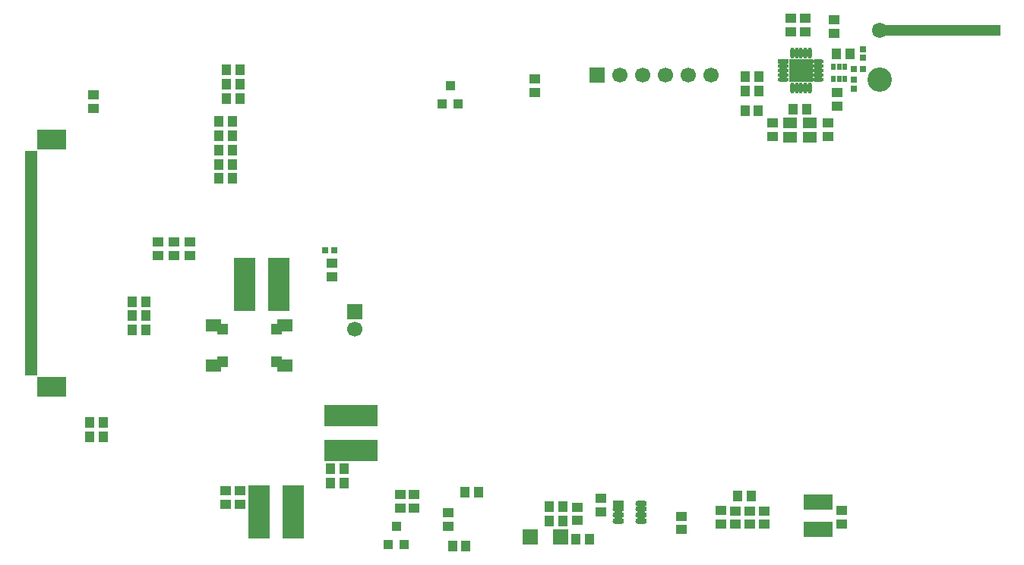
<source format=gts>
G04 #@! TF.GenerationSoftware,KiCad,Pcbnew,(2017-02-02 revision 8dadc18)-makepkg*
G04 #@! TF.CreationDate,2017-03-13T12:53:18+03:00*
G04 #@! TF.ProjectId,Badge,42616467652E6B696361645F70636200,rev?*
G04 #@! TF.FileFunction,Soldermask,Top*
G04 #@! TF.FilePolarity,Negative*
%FSLAX46Y46*%
G04 Gerber Fmt 4.6, Leading zero omitted, Abs format (unit mm)*
G04 Created by KiCad (PCBNEW (2017-02-02 revision 8dadc18)-makepkg) date 03/13/17 12:53:18*
%MOMM*%
%LPD*%
G01*
G04 APERTURE LIST*
%ADD10C,0.100000*%
%ADD11C,1.724000*%
%ADD12C,2.724000*%
%ADD13R,13.200000X1.200000*%
%ADD14R,3.200000X1.700000*%
%ADD15R,2.348840X5.998820*%
%ADD16R,5.998820X2.348840*%
%ADD17R,1.299820X0.649580*%
%ADD18O,1.299820X0.649580*%
%ADD19R,1.700000X1.700000*%
%ADD20C,1.700000*%
%ADD21R,1.600000X1.200000*%
%ADD22R,0.800000X0.800000*%
%ADD23R,1.700000X1.400000*%
%ADD24R,1.200000X1.300000*%
%ADD25R,1.089000X1.216000*%
%ADD26R,1.216000X1.089000*%
%ADD27R,1.450000X0.500000*%
%ADD28R,3.200000X2.200000*%
%ADD29R,1.800000X1.800000*%
%ADD30R,1.200000X0.480000*%
%ADD31O,1.200000X0.480000*%
%ADD32O,0.480000X1.200000*%
%ADD33R,1.000000X1.000000*%
%ADD34R,1.200000X1.100000*%
%ADD35R,1.100000X1.200000*%
%ADD36R,1.114400X1.114400*%
%ADD37R,0.550000X0.800000*%
G04 APERTURE END LIST*
D10*
D11*
X198682000Y-52981400D03*
D12*
X198682000Y-58481400D03*
D13*
X205482000Y-52981400D03*
D14*
X191800000Y-108700000D03*
X191800000Y-105700000D03*
D15*
X129451680Y-106775000D03*
X133302320Y-106775000D03*
X131725320Y-81400000D03*
X127874680Y-81400000D03*
D16*
X139777000Y-99900320D03*
X139777000Y-96049680D03*
D17*
X169499520Y-105824640D03*
D18*
X169499520Y-106474880D03*
X169499520Y-107125120D03*
X172100480Y-105824640D03*
X172100480Y-107775360D03*
X172100480Y-107125120D03*
X169499520Y-107775360D03*
X172100480Y-106474880D03*
D19*
X140200000Y-84400000D03*
D20*
X140200000Y-86400000D03*
D21*
X188684000Y-64945800D03*
X190884000Y-64945800D03*
X190884000Y-63345800D03*
X188684000Y-63345800D03*
D22*
X196800000Y-55100000D03*
X196800000Y-56100000D03*
X195800000Y-58500000D03*
X195800000Y-59500000D03*
D23*
X124400000Y-90450000D03*
X124400000Y-85950000D03*
X132400000Y-90450000D03*
X132400000Y-85950000D03*
D24*
X131400000Y-90050000D03*
X131400000Y-86350000D03*
X125400000Y-90050000D03*
X125400000Y-86350000D03*
D25*
X152438000Y-104600000D03*
X153962000Y-104600000D03*
D26*
X194400000Y-108162000D03*
X194400000Y-106638000D03*
D25*
X182838000Y-105000000D03*
X184362000Y-105000000D03*
X195362000Y-55623600D03*
X193838000Y-55623600D03*
D26*
X188800000Y-53162000D03*
X188800000Y-51638000D03*
D25*
X183638000Y-58200000D03*
X185162000Y-58200000D03*
X190562000Y-61800000D03*
X189038000Y-61800000D03*
X166362000Y-109800000D03*
X164838000Y-109800000D03*
D26*
X181000000Y-106638000D03*
X181000000Y-108162000D03*
X193600000Y-53362000D03*
X193600000Y-51838000D03*
D25*
X163362000Y-107800000D03*
X161838000Y-107800000D03*
X185162000Y-59800000D03*
X183638000Y-59800000D03*
D26*
X192873000Y-64860100D03*
X192873000Y-63336100D03*
X186695000Y-63367800D03*
X186695000Y-64891800D03*
X193900000Y-59938000D03*
X193900000Y-61462000D03*
X150600000Y-108362000D03*
X150600000Y-106838000D03*
D25*
X116837000Y-83285700D03*
X115313000Y-83285700D03*
X116837000Y-84885700D03*
X115313000Y-84885700D03*
D26*
X127377000Y-105937000D03*
X127377000Y-104413000D03*
D25*
X138939000Y-101975000D03*
X137415000Y-101975000D03*
D26*
X125777000Y-105937000D03*
X125777000Y-104413000D03*
D25*
X137415000Y-103575000D03*
X138939000Y-103575000D03*
D26*
X137600000Y-80562000D03*
X137600000Y-79038000D03*
X160200000Y-59962000D03*
X160200000Y-58438000D03*
D25*
X115313000Y-86485700D03*
X116837000Y-86485700D03*
D27*
X104066000Y-91242400D03*
X104066000Y-90742400D03*
X104066000Y-90242400D03*
X104066000Y-89742400D03*
X104066000Y-89242400D03*
X104066000Y-88742400D03*
X104066000Y-88242400D03*
X104066000Y-87742400D03*
X104066000Y-87242400D03*
X104066000Y-86742400D03*
X104066000Y-86242400D03*
X104066000Y-85742400D03*
X104066000Y-85242400D03*
X104066000Y-84742400D03*
X104066000Y-84242400D03*
X104066000Y-83742400D03*
X104066000Y-83242400D03*
X104066000Y-82742400D03*
X104066000Y-82242400D03*
X104066000Y-81742400D03*
X104066000Y-81242400D03*
X104066000Y-80742400D03*
X104066000Y-80242400D03*
X104066000Y-79742400D03*
X104066000Y-79242400D03*
X104066000Y-78742400D03*
X104066000Y-78242400D03*
X104066000Y-77742400D03*
X104066000Y-77242400D03*
X104066000Y-76742400D03*
X104066000Y-76242400D03*
X104066000Y-75742400D03*
X104066000Y-75242400D03*
X104066000Y-74742400D03*
X104066000Y-74242400D03*
X104066000Y-73742400D03*
X104066000Y-73242400D03*
X104066000Y-72742400D03*
X104066000Y-72242400D03*
X104066000Y-71742400D03*
X104066000Y-71242400D03*
X104066000Y-70742400D03*
X104066000Y-70242400D03*
X104066000Y-69742400D03*
X104066000Y-69242400D03*
X104066000Y-68742400D03*
X104066000Y-68242400D03*
X104066000Y-67742400D03*
X104066000Y-67242400D03*
X104066000Y-66742400D03*
D28*
X106391000Y-92782400D03*
X106391000Y-65202400D03*
D19*
X167200000Y-58000000D03*
D20*
X169740000Y-58000000D03*
X172280000Y-58000000D03*
X174820000Y-58000000D03*
X177360000Y-58000000D03*
X179900000Y-58000000D03*
D29*
X163100000Y-109600000D03*
X159700000Y-109600000D03*
D30*
X187950000Y-56500000D03*
D31*
X187950000Y-57000000D03*
X187950000Y-57500000D03*
X187950000Y-58000000D03*
X187950000Y-58500000D03*
D32*
X188900000Y-59450000D03*
X189400000Y-59450000D03*
X189900000Y-59450000D03*
X190400000Y-59450000D03*
X190900000Y-59450000D03*
D31*
X191850000Y-58500000D03*
X191850000Y-58000000D03*
X191850000Y-57500000D03*
X191850000Y-57000000D03*
X191850000Y-56500000D03*
D32*
X190900000Y-55550000D03*
X190400000Y-55550000D03*
X189900000Y-55550000D03*
X189400000Y-55550000D03*
X188900000Y-55550000D03*
D33*
X189900000Y-57500000D03*
X190700000Y-57500000D03*
X189900000Y-56700000D03*
X190700000Y-56700000D03*
X189100000Y-56700000D03*
X189100000Y-57500000D03*
X189100000Y-58300000D03*
X189900000Y-58300000D03*
X190700000Y-58300000D03*
D34*
X184200000Y-106650000D03*
X184200000Y-108150000D03*
X176600000Y-107250000D03*
X176600000Y-108750000D03*
X146800000Y-106350000D03*
X146800000Y-104850000D03*
D35*
X183650000Y-62000000D03*
X185150000Y-62000000D03*
D34*
X167600000Y-105250000D03*
X167600000Y-106750000D03*
X165000000Y-107750000D03*
X165000000Y-106250000D03*
D35*
X163350000Y-106200000D03*
X161850000Y-106200000D03*
X151050000Y-110600000D03*
X152550000Y-110600000D03*
D34*
X145200000Y-106350000D03*
X145200000Y-104850000D03*
X121800000Y-76650000D03*
X121800000Y-78150000D03*
X120000000Y-78150000D03*
X120000000Y-76650000D03*
X118200000Y-76650000D03*
X118200000Y-78150000D03*
X190400000Y-51650000D03*
X190400000Y-53150000D03*
X182600000Y-106650000D03*
X182600000Y-108150000D03*
X185800000Y-108150000D03*
X185800000Y-106650000D03*
D35*
X110650000Y-98400000D03*
X112150000Y-98400000D03*
X112150000Y-96800000D03*
X110650000Y-96800000D03*
X125850000Y-57400000D03*
X127350000Y-57400000D03*
X125850000Y-59000000D03*
X127350000Y-59000000D03*
X125850000Y-60600000D03*
X127350000Y-60600000D03*
X125044000Y-63159500D03*
X126544000Y-63159500D03*
X126544000Y-64759500D03*
X125044000Y-64759500D03*
X126544000Y-67959500D03*
X125044000Y-67959500D03*
X125044000Y-69559500D03*
X126544000Y-69559500D03*
D34*
X111000000Y-61750000D03*
X111000000Y-60250000D03*
D35*
X126544000Y-66359500D03*
X125044000Y-66359500D03*
D36*
X151689000Y-61216000D03*
X149911000Y-61216000D03*
X150800000Y-59184000D03*
D22*
X196800000Y-57300000D03*
X195800000Y-57300000D03*
X136900000Y-77600000D03*
X137900000Y-77600000D03*
D37*
X194806000Y-57055700D03*
X194156000Y-57055700D03*
X193506000Y-57055700D03*
X193506000Y-58455700D03*
X194156000Y-58455700D03*
X194806000Y-58455700D03*
D36*
X145689000Y-110416000D03*
X143911000Y-110416000D03*
X144800000Y-108384000D03*
M02*

</source>
